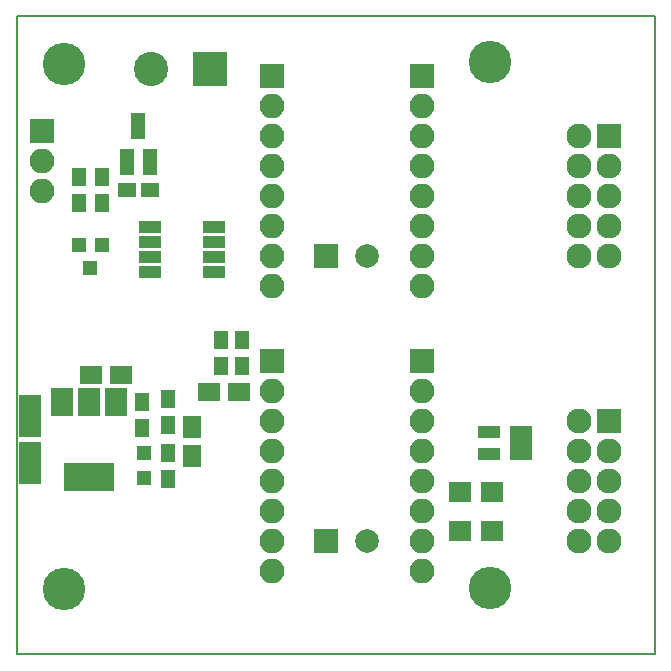
<source format=gbr>
G04 #@! TF.FileFunction,Soldermask,Bot*
%FSLAX46Y46*%
G04 Gerber Fmt 4.6, Leading zero omitted, Abs format (unit mm)*
G04 Created by KiCad (PCBNEW 4.0.7) date Mon Jan 29 08:29:15 2018*
%MOMM*%
%LPD*%
G01*
G04 APERTURE LIST*
%ADD10C,0.100000*%
%ADD11C,0.150000*%
%ADD12C,3.600000*%
%ADD13R,2.900000X2.900000*%
%ADD14C,2.900000*%
%ADD15R,2.127200X2.127200*%
%ADD16O,2.127200X2.127200*%
%ADD17R,4.200000X2.400000*%
%ADD18R,1.900000X2.400000*%
%ADD19R,1.600000X1.150000*%
%ADD20R,1.900000X1.650000*%
%ADD21R,1.650000X1.900000*%
%ADD22R,2.000000X2.000000*%
%ADD23C,2.000000*%
%ADD24R,1.200000X1.300000*%
%ADD25R,1.300000X1.200000*%
%ADD26R,1.960000X1.050000*%
%ADD27R,2.100000X2.100000*%
%ADD28O,2.100000X2.100000*%
%ADD29R,1.200000X2.300000*%
%ADD30R,1.300000X1.600000*%
%ADD31R,1.900000X3.600000*%
%ADD32R,1.900000X1.700000*%
%ADD33R,1.950000X1.000000*%
G04 APERTURE END LIST*
D10*
D11*
X92000000Y-84000000D02*
X92000000Y-82000000D01*
X38000000Y-84000000D02*
X92000000Y-84000000D01*
X38000000Y-82000000D02*
X38000000Y-84000000D01*
X92000000Y-30000000D02*
X92000000Y-82000000D01*
X82000000Y-30000000D02*
X92000000Y-30000000D01*
X38000000Y-82000000D02*
X38000000Y-30000000D01*
X38000000Y-30000000D02*
X82000000Y-30000000D01*
D12*
X78063000Y-78372500D03*
X78063000Y-33872500D03*
X42000000Y-78500000D03*
D13*
X54383000Y-34445000D03*
D14*
X49383000Y-34445000D03*
D15*
X88165000Y-40160000D03*
D16*
X85625000Y-40160000D03*
X88165000Y-42700000D03*
X85625000Y-42700000D03*
X88165000Y-45240000D03*
X85625000Y-45240000D03*
X88165000Y-47780000D03*
X85625000Y-47780000D03*
X88165000Y-50320000D03*
X85625000Y-50320000D03*
D15*
X88165000Y-64290000D03*
D16*
X85625000Y-64290000D03*
X88165000Y-66830000D03*
X85625000Y-66830000D03*
X88165000Y-69370000D03*
X85625000Y-69370000D03*
X88165000Y-71910000D03*
X85625000Y-71910000D03*
X88165000Y-74450000D03*
X85625000Y-74450000D03*
D17*
X44096000Y-68964000D03*
D18*
X44096000Y-62664000D03*
X46396000Y-62664000D03*
X41796000Y-62664000D03*
D19*
X47337000Y-44732000D03*
X49237000Y-44732000D03*
D20*
X54276000Y-61813500D03*
X56776000Y-61813500D03*
D21*
X52859000Y-64754500D03*
X52859000Y-67254500D03*
D22*
X64162000Y-74450000D03*
D23*
X67662000Y-74450000D03*
D22*
X64162000Y-50320000D03*
D23*
X67662000Y-50320000D03*
D24*
X43273000Y-49320000D03*
X45173000Y-49320000D03*
X44223000Y-51320000D03*
D25*
X48795000Y-66986500D03*
X48795000Y-69086500D03*
D26*
X80688500Y-65181500D03*
X80688500Y-66131500D03*
X80688500Y-67081500D03*
X77988500Y-67081500D03*
X77988500Y-65181500D03*
D27*
X40095500Y-39715500D03*
D28*
X40095500Y-42255500D03*
X40095500Y-44795500D03*
D27*
X72290000Y-59210000D03*
D28*
X72290000Y-61750000D03*
X72290000Y-64290000D03*
X72290000Y-66830000D03*
X72290000Y-69370000D03*
X72290000Y-71910000D03*
X72290000Y-74450000D03*
X72290000Y-76990000D03*
D27*
X72290000Y-35080000D03*
D28*
X72290000Y-37620000D03*
X72290000Y-40160000D03*
X72290000Y-42700000D03*
X72290000Y-45240000D03*
X72290000Y-47780000D03*
X72290000Y-50320000D03*
X72290000Y-52860000D03*
D27*
X59590000Y-59210000D03*
D28*
X59590000Y-61750000D03*
X59590000Y-64290000D03*
X59590000Y-66830000D03*
X59590000Y-69370000D03*
X59590000Y-71910000D03*
X59590000Y-74450000D03*
X59590000Y-76990000D03*
D27*
X59590000Y-35080000D03*
D28*
X59590000Y-37620000D03*
X59590000Y-40160000D03*
X59590000Y-42700000D03*
X59590000Y-45240000D03*
X59590000Y-47780000D03*
X59590000Y-50320000D03*
X59590000Y-52860000D03*
D29*
X49237000Y-42295000D03*
X47337000Y-42295000D03*
X48287000Y-39295000D03*
D30*
X57050000Y-59611500D03*
X57050000Y-57411500D03*
D31*
X39079500Y-67814000D03*
X39079500Y-63814000D03*
D30*
X55272000Y-57411500D03*
X55272000Y-59611500D03*
X48604500Y-64818500D03*
X48604500Y-62618500D03*
X50827000Y-69200000D03*
X50827000Y-67000000D03*
X50827000Y-64564500D03*
X50827000Y-62364500D03*
X43270500Y-45768500D03*
X43270500Y-43568500D03*
X45175500Y-45768500D03*
X45175500Y-43568500D03*
D32*
X75512000Y-70259000D03*
X78212000Y-70259000D03*
D33*
X49270000Y-51653500D03*
X49270000Y-50383500D03*
X49270000Y-49113500D03*
X49270000Y-47843500D03*
X54670000Y-47843500D03*
X54670000Y-49113500D03*
X54670000Y-50383500D03*
X54670000Y-51653500D03*
D20*
X44306500Y-60353000D03*
X46806500Y-60353000D03*
D32*
X75512000Y-73561000D03*
X78212000Y-73561000D03*
D12*
X42000000Y-34000000D03*
M02*

</source>
